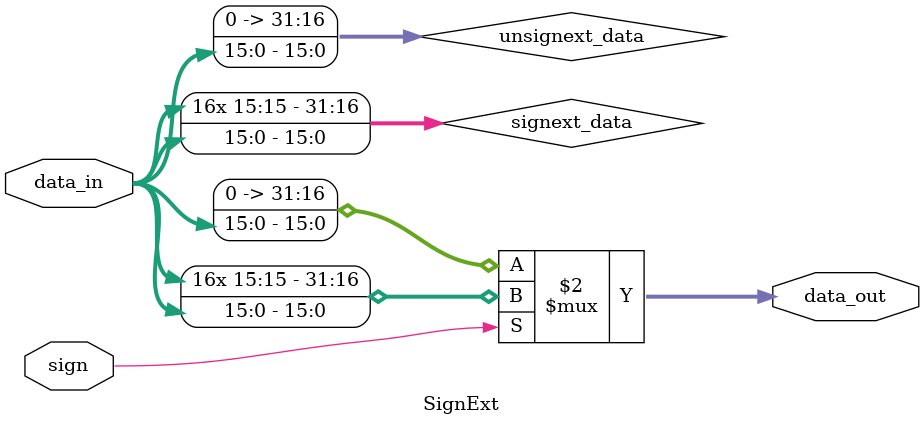
<source format=v>
`timescale 1ns / 1ps


module SignExt #(
        parameter DATA_WIDTH_IN = 16
    )(
        input [DATA_WIDTH_IN - 1:0] data_in,
        input sign,
        output [31:0] data_out
    );
    wire [31:0] signext_data;
    wire [31:0] unsignext_data;
    assign signext_data = {{(32 - DATA_WIDTH_IN){data_in[DATA_WIDTH_IN - 1]}}, data_in};
    assign unsignext_data = {{(32 - DATA_WIDTH_IN){1'b0}}, data_in};
    assign data_out = sign == 1 ? signext_data : unsignext_data;
endmodule

</source>
